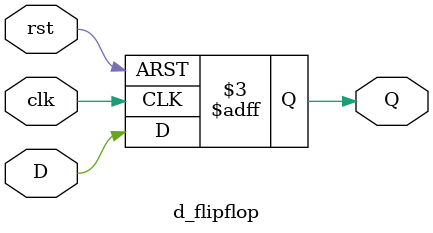
<source format=v>
`timescale 1ns / 1ps

module d_flipflop(
    input D,
    input clk,
    input rst,
    output reg Q
    );
always @(posedge clk or posedge rst)
    begin
        if(rst == 1)
        Q <= 0;
        else
        Q <= D;
    end
endmodule

</source>
